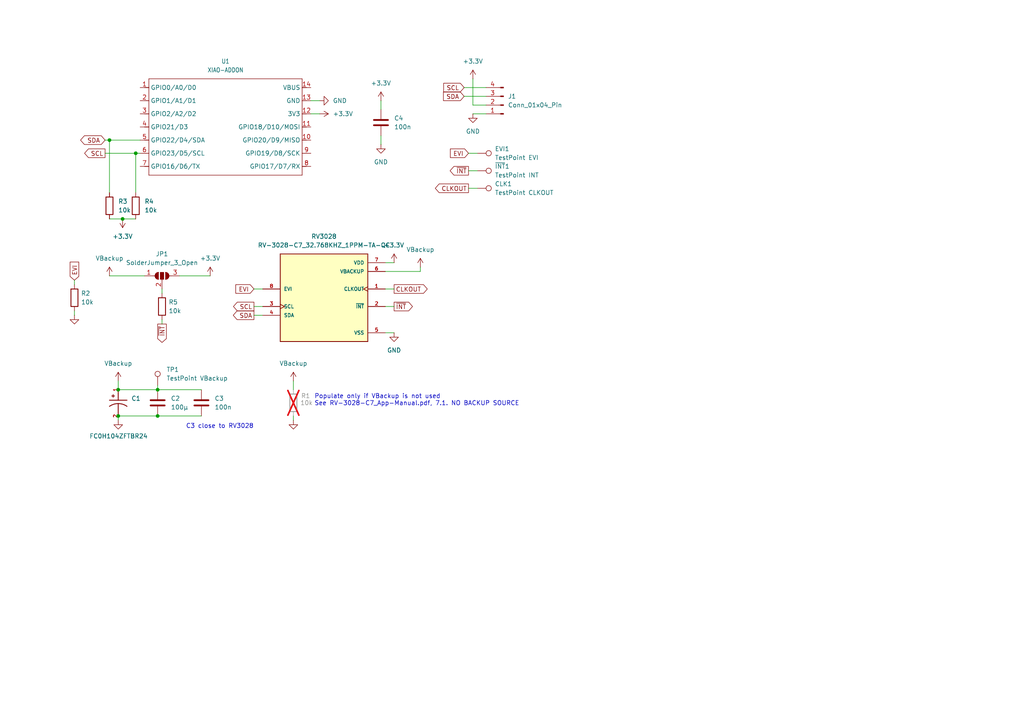
<source format=kicad_sch>
(kicad_sch (version 20250114) (generator "eeschema") (generator_version "9.0")
  (paper "A4")
  (lib_symbols
    (symbol "Connector:Conn_01x04_Pin" (pin_names (offset 1.016) (hide yes))
      (property "Reference" "J" (at 0 5.08 0))
      (property "Value" "Conn_01x04_Pin" (at 0 -7.62 0))
      (symbol "Conn_01x04_Pin_1_1"
        (rectangle (start 0.8636 2.667) (end 0 2.413) (stroke (width 0.1524)) (fill (type outline)))
        (rectangle (start 0.8636 0.127) (end 0 -0.127) (stroke (width 0.1524)) (fill (type outline)))
        (rectangle (start 0.8636 -2.413) (end 0 -2.667) (stroke (width 0.1524)) (fill (type outline)))
        (rectangle (start 0.8636 -4.953) (end 0 -5.207) (stroke (width 0.1524)) (fill (type outline)))
        (polyline (pts (xy 1.27 2.54) (xy 0.8636 2.54)) (stroke (width 0.1524)))
        (polyline (pts (xy 1.27 0) (xy 0.8636 0)) (stroke (width 0.1524)))
        (polyline (pts (xy 1.27 -2.54) (xy 0.8636 -2.54)) (stroke (width 0.1524)))
        (polyline (pts (xy 1.27 -5.08) (xy 0.8636 -5.08)) (stroke (width 0.1524)))
        (pin passive line (at 5.08 2.54 180) (length 3.81) (name "Pin_1") (number "1"))
        (pin passive line (at 5.08 0 180) (length 3.81) (name "Pin_2") (number "2"))
        (pin passive line (at 5.08 -2.54 180) (length 3.81) (name "Pin_3") (number "3"))
        (pin passive line (at 5.08 -5.08 180) (length 3.81) (name "Pin_4") (number "4"))
      )
    )
    (symbol "Connector:TestPoint" (pin_numbers (hide yes)) (pin_names (offset 0.762) (hide yes))
      (property "Reference" "TP" (at 0 6.858 0))
      (property "Value" "TestPoint" (at 0 5.08 0))
      (symbol "TestPoint_0_1"
        (circle (center 0 3.302) (radius 0.762))
      )
      (symbol "TestPoint_1_1"
        (pin passive line (at 0 0 90) (length 2.54) (name "1") (number "1"))
      )
    )
    (symbol "Device:C" (pin_numbers (hide yes)) (pin_names (offset 0.254))
      (property "Reference" "C" (at 0.635 2.54 0))
      (property "Value" "C" (at 0.635 -2.54 0))
      (symbol "C_0_1"
        (polyline (pts (xy -2.032 0.762) (xy 2.032 0.762)) (stroke (width 0.508)))
        (polyline (pts (xy -2.032 -0.762) (xy 2.032 -0.762)) (stroke (width 0.508)))
      )
      (symbol "C_1_1"
        (pin passive line (at 0 3.81 270) (length 2.794) (name "~") (number "1"))
        (pin passive line (at 0 -3.81 90) (length 2.794) (name "~") (number "2"))
      )
    )
    (symbol "Device:R" (pin_numbers (hide yes)) (pin_names (offset 0))
      (property "Reference" "R" (at 2.032 0 90))
      (property "Value" "R" (at 0 0 90))
      (symbol "R_0_1"
        (rectangle (start -1.016 -2.54) (end 1.016 2.54) (stroke (width 0.254)))
      )
      (symbol "R_1_1"
        (pin passive line (at 0 3.81 270) (length 1.27) (name "~") (number "1"))
        (pin passive line (at 0 -3.81 90) (length 1.27) (name "~") (number "2"))
      )
    )
    (symbol "FC0H104ZFTBR24:FC0H104ZFTBR24" (pin_names (offset 1.016))
      (property "Reference" "C" (at -5.08 3.81 0))
      (property "Value" "FC0H104ZFTBR24" (at -5.08 -5.08 0))
      (symbol "FC0H104ZFTBR24_0_0"
        (polyline (pts (xy -5.08 0) (xy -2.032 0)) (stroke (width 0.254)))
        (rectangle (start -3.713 -1.532) (end -2.824 -1.405) (stroke (width 0.1)) (fill (type outline)))
        (rectangle (start -3.332 -1.913) (end -3.205 -1.024) (stroke (width 0.1)) (fill (type outline)))
        (polyline (pts (xy -2.032 2.54) (xy -2.032 -2.54)) (stroke (width 0.254)))
        (polyline (pts (xy -1.016 0) (xy 2.54 0)) (stroke (width 0.254)))
        (arc (start -0.254 -2.54) (mid -1.0549 0) (end -0.254 2.54) (stroke (width 0.254)))
        (pin passive line (at -5.08 0 0) (length 0) (name "~") (number "1"))
        (pin passive line (at 2.54 0 180) (length 0) (name "~") (number "2"))
      )
    )
    (symbol "Jumper:SolderJumper_3_Open" (pin_names (offset 0) (hide yes)) (exclude_from_sim yes) (in_bom no)
      (property "Reference" "JP" (at -2.54 -2.54 0))
      (property "Value" "SolderJumper_3_Open" (at 0 2.794 0))
      (symbol "SolderJumper_3_Open_0_1"
        (polyline (pts (xy -2.54 0) (xy -2.032 0)))
        (polyline (pts (xy -1.016 1.016) (xy -1.016 -1.016)))
        (arc (start -1.016 -1.016) (mid -2.0276 0) (end -1.016 1.016))
        (arc (start -1.016 -1.016) (mid -2.0276 0) (end -1.016 1.016) (fill (type outline)))
        (rectangle (start -0.508 1.016) (end 0.508 -1.016) (fill (type outline)))
        (polyline (pts (xy 0 -1.27) (xy 0 -1.016)))
        (arc (start 1.016 1.016) (mid 2.0276 0) (end 1.016 -1.016))
        (arc (start 1.016 1.016) (mid 2.0276 0) (end 1.016 -1.016) (fill (type outline)))
        (polyline (pts (xy 1.016 1.016) (xy 1.016 -1.016)))
        (polyline (pts (xy 2.54 0) (xy 2.032 0)))
      )
      (symbol "SolderJumper_3_Open_1_1"
        (pin passive line (at -5.08 0 0) (length 2.54) (name "A") (number "1"))
        (pin passive line (at 0 -3.81 90) (length 2.54) (name "C") (number "2"))
        (pin passive line (at 5.08 0 180) (length 2.54) (name "B") (number "3"))
      )
    )
    (symbol "RV-3028-C7_32.768KHZ_1PPM-TA-QC:RV-3028-C7_32.768KHZ_1PPM-TA-QC" (pin_names (offset 1.016))
      (property "Reference" "U" (at -12.7 13.462 0))
      (property "Value" "RV-3028-C7_32.768KHZ_1PPM-TA-QC" (at -12.7 -13.462 0))
      (symbol "RV-3028-C7_32.768KHZ_1PPM-TA-QC_0_0"
        (rectangle (start -12.7 -12.7) (end 12.7 12.7) (stroke (width 0.254)) (fill (type background)))
        (pin input line (at -17.78 2.54 0) (length 5.08) (name "EVI") (number "8"))
        (pin input clock (at -17.78 -2.54 0) (length 5.08) (name "SCL") (number "3"))
        (pin input line (at -17.78 -5.08 0) (length 5.08) (name "SDA") (number "4"))
        (pin power_in line (at 17.78 10.16 180) (length 5.08) (name "VDD") (number "7"))
        (pin power_in line (at 17.78 7.62 180) (length 5.08) (name "VBACKUP") (number "6"))
        (pin output clock (at 17.78 2.54 180) (length 5.08) (name "CLKOUT") (number "1"))
        (pin output line (at 17.78 -2.54 180) (length 5.08) (name "~{INT}") (number "2"))
        (pin power_in line (at 17.78 -10.16 180) (length 5.08) (name "VSS") (number "5"))
      )
    )
    (symbol "Seeed_Studio_XIAO_Series:XIAO_ADDON"
      (property "Reference" "U" (at -20.574 17.018 0))
      (property "Value" "XIAO-ADDON" (at -15.748 14.986 0))
      (symbol "XIAO_ADDON_1_0"
        (polyline (pts (xy -21.59 13.97) (xy 22.86 13.97)) (stroke (width 0.1524)))
        (polyline (pts (xy -21.59 11.43) (xy -22.86 11.43)) (stroke (width 0.1524)))
        (polyline (pts (xy -21.59 11.43) (xy -21.59 13.97)) (stroke (width 0.1524)))
        (polyline (pts (xy -21.59 7.62) (xy -22.86 7.62)) (stroke (width 0.1524)))
        (polyline (pts (xy -21.59 7.62) (xy -21.59 11.43)) (stroke (width 0.1524)))
        (polyline (pts (xy -21.59 3.81) (xy -22.86 3.81)) (stroke (width 0.1524)))
        (polyline (pts (xy -21.59 3.81) (xy -21.59 7.62)) (stroke (width 0.1524)))
        (polyline (pts (xy -21.59 0) (xy -22.86 0)) (stroke (width 0.1524)))
        (polyline (pts (xy -21.59 0) (xy -21.59 3.81)) (stroke (width 0.1524)))
        (polyline (pts (xy -21.59 -3.81) (xy -22.86 -3.81)) (stroke (width 0.1524)))
        (polyline (pts (xy -21.59 -7.62) (xy -22.86 -7.62)) (stroke (width 0.1524)))
        (polyline (pts (xy -21.59 -11.43) (xy -22.86 -11.43)) (stroke (width 0.1524)))
        (polyline (pts (xy -21.59 -13.97) (xy -21.59 0)) (stroke (width 0.1524)))
        (polyline (pts (xy 22.86 13.97) (xy 22.86 11.43)) (stroke (width 0.1524)))
        (polyline (pts (xy 22.86 11.43) (xy 22.86 7.62)) (stroke (width 0.1524)))
        (polyline (pts (xy 22.86 7.62) (xy 22.86 3.81)) (stroke (width 0.1524)))
        (polyline (pts (xy 22.86 3.81) (xy 22.86 -13.97)) (stroke (width 0.1524)))
        (polyline (pts (xy 22.86 -13.97) (xy -21.59 -13.97)) (stroke (width 0.1524)))
        (polyline (pts (xy 24.13 11.43) (xy 22.86 11.43)) (stroke (width 0.1524)))
        (polyline (pts (xy 24.13 7.62) (xy 22.86 7.62)) (stroke (width 0.1524)))
        (polyline (pts (xy 24.13 3.81) (xy 22.86 3.81)) (stroke (width 0.1524)))
        (polyline (pts (xy 24.13 0) (xy 22.86 0)) (stroke (width 0.1524)))
        (polyline (pts (xy 24.13 -3.81) (xy 22.86 -3.81)) (stroke (width 0.1524)))
        (polyline (pts (xy 24.13 -7.62) (xy 22.86 -7.62)) (stroke (width 0.1524)))
        (polyline (pts (xy 24.13 -11.43) (xy 22.86 -11.43)) (stroke (width 0.1524)))
        (pin passive line (at -24.13 11.43 0) (length 2.54) (name "GPIO0/A0/D0") (number "1"))
        (pin passive line (at -24.13 7.62 0) (length 2.54) (name "GPIO1/A1/D1") (number "2"))
        (pin passive line (at -24.13 3.81 0) (length 2.54) (name "GPIO2/A2/D2") (number "3"))
        (pin passive line (at -24.13 0 0) (length 2.54) (name "GPIO21/D3") (number "4"))
        (pin passive line (at -24.13 -3.81 0) (length 2.54) (name "GPIO22/D4/SDA") (number "5"))
        (pin passive line (at -24.13 -7.62 0) (length 2.54) (name "GPIO23/D5/SCL") (number "6"))
        (pin passive line (at -24.13 -11.43 0) (length 2.54) (name "GPIO16/D6/TX") (number "7"))
        (pin passive line (at 25.4 11.43 180) (length 2.54) (name "VBUS") (number "14"))
        (pin passive line (at 25.4 7.62 180) (length 2.54) (name "GND") (number "13"))
        (pin passive line (at 25.4 3.81 180) (length 2.54) (name "3V3") (number "12"))
        (pin passive line (at 25.4 0 180) (length 2.54) (name "GPIO18/D10/MOSI") (number "11"))
        (pin passive line (at 25.4 -3.81 180) (length 2.54) (name "GPIO20/D9/MISO") (number "10"))
        (pin passive line (at 25.4 -7.62 180) (length 2.54) (name "GPIO19/D8/SCK") (number "9"))
        (pin passive line (at 25.4 -11.43 180) (length 2.54) (name "GPIO17/D7/RX") (number "8"))
      )
    )
    (symbol "power:+3.3V" (power) (pin_numbers (hide yes)) (pin_names (offset 0) (hide yes))
      (property "Value" "+3.3V" (at 0 3.556 0))
      (symbol "+3.3V_0_1"
        (polyline (pts (xy -0.762 1.27) (xy 0 2.54)))
        (polyline (pts (xy 0 2.54) (xy 0.762 1.27)))
        (polyline (pts (xy 0 0) (xy 0 2.54)))
      )
      (symbol "+3.3V_1_1"
        (pin power_in line (at 0 0 90) (length 0) (name "~") (number "1"))
      )
    )
    (symbol "power:GND" (power) (pin_numbers (hide yes)) (pin_names (offset 0) (hide yes))
      (property "Value" "GND" (at 0 -3.81 0))
      (symbol "GND_0_1"
        (polyline (pts (xy 0 0) (xy 0 -1.27) (xy 1.27 -1.27) (xy 0 -2.54) (xy -1.27 -1.27) (xy 0 -1.27)))
      )
      (symbol "GND_1_1"
        (pin power_in line (at 0 0 270) (length 0) (name "~") (number "1"))
      )
    )
    (symbol "power:VD" (power) (pin_numbers (hide yes)) (pin_names (offset 0) (hide yes))
      (property "Value" "VD" (at 0 3.556 0))
      (symbol "VD_0_1"
        (polyline (pts (xy -0.762 1.27) (xy 0 2.54)))
        (polyline (pts (xy 0 2.54) (xy 0.762 1.27)))
        (polyline (pts (xy 0 0) (xy 0 2.54)))
      )
      (symbol "VD_1_1"
        (pin power_in line (at 0 0 90) (length 0) (name "~") (number "1"))
      )
    )
  )
  (text "Populate only if VBackup is not used\nSee RV-3028-C7_App-Manual.pdf, 7.1. NO BACKUP SOURCE" (at 91.186 116.078 0) (effects (font (size 1.27 1.27)) (justify left)))
  (text "C3 close to RV3028" (at 63.754 123.698 0) (effects (font (size 1.27 1.27))))
  (junction (at 31.75 40.64))
  (junction (at 39.37 44.45))
  (junction (at 45.72 120.65))
  (junction (at 34.29 113.03))
  (junction (at 45.72 113.03))
  (junction (at 35.56 63.5))
  (junction (at 34.29 120.65))
  (wire (pts (xy 34.29 120.65) (xy 34.29 121.92)))
  (wire (pts (xy 134.62 25.4) (xy 140.97 25.4)))
  (wire (pts (xy 135.89 49.53) (xy 138.43 49.53)))
  (wire (pts (xy 111.76 83.82) (xy 114.3 83.82)))
  (wire (pts (xy 34.29 113.03) (xy 45.72 113.03)))
  (wire (pts (xy 85.09 120.65) (xy 85.09 121.92)))
  (wire (pts (xy 45.72 120.65) (xy 58.42 120.65)))
  (wire (pts (xy 30.48 40.64) (xy 31.75 40.64)))
  (wire (pts (xy 137.16 22.86) (xy 137.16 30.48)))
  (wire (pts (xy 135.89 54.61) (xy 138.43 54.61)))
  (wire (pts (xy 45.72 113.03) (xy 58.42 113.03)))
  (wire (pts (xy 46.99 92.71) (xy 46.99 93.98)))
  (wire (pts (xy 21.59 91.44) (xy 21.59 90.17)))
  (wire (pts (xy 31.75 40.64) (xy 31.75 55.88)))
  (wire (pts (xy 21.59 81.28) (xy 21.59 82.55)))
  (wire (pts (xy 110.49 39.37) (xy 110.49 41.91)))
  (wire (pts (xy 90.17 29.21) (xy 92.71 29.21)))
  (wire (pts (xy 90.17 33.02) (xy 92.71 33.02)))
  (wire (pts (xy 111.76 88.9) (xy 114.3 88.9)))
  (wire (pts (xy 110.49 29.21) (xy 110.49 31.75)))
  (wire (pts (xy 30.48 44.45) (xy 39.37 44.45)))
  (wire (pts (xy 121.92 77.47) (xy 121.92 78.74)))
  (wire (pts (xy 31.75 40.64) (xy 40.64 40.64)))
  (wire (pts (xy 39.37 44.45) (xy 40.64 44.45)))
  (wire (pts (xy 85.09 110.49) (xy 85.09 113.03)))
  (wire (pts (xy 111.76 96.52) (xy 114.3 96.52)))
  (wire (pts (xy 111.76 76.2) (xy 114.3 76.2)))
  (wire (pts (xy 31.75 80.01) (xy 41.91 80.01)))
  (wire (pts (xy 111.76 78.74) (xy 121.92 78.74)))
  (wire (pts (xy 52.07 80.01) (xy 60.96 80.01)))
  (wire (pts (xy 73.66 83.82) (xy 76.2 83.82)))
  (wire (pts (xy 34.29 120.65) (xy 45.72 120.65)))
  (wire (pts (xy 134.62 27.94) (xy 140.97 27.94)))
  (wire (pts (xy 137.16 30.48) (xy 140.97 30.48)))
  (wire (pts (xy 39.37 44.45) (xy 39.37 55.88)))
  (wire (pts (xy 73.66 88.9) (xy 76.2 88.9)))
  (wire (pts (xy 34.29 110.49) (xy 34.29 113.03)))
  (wire (pts (xy 73.66 91.44) (xy 76.2 91.44)))
  (wire (pts (xy 31.75 63.5) (xy 35.56 63.5)))
  (wire (pts (xy 35.56 63.5) (xy 39.37 63.5)))
  (wire (pts (xy 137.16 33.02) (xy 140.97 33.02)))
  (wire (pts (xy 135.89 44.45) (xy 138.43 44.45)))
  (wire (pts (xy 45.72 111.76) (xy 45.72 113.03)))
  (wire (pts (xy 46.99 83.82) (xy 46.99 85.09)))
  (global_label "EVI" (shape input) (at 73.66 83.82 180) (property "Intersheetrefs" "${INTERSHEET_REFS}" (effects (hide yes))))
  (global_label "SDA" (shape bidirectional) (at 30.48 40.64 180) (property "Intersheetrefs" "${INTERSHEET_REFS}" (effects (hide yes))))
  (global_label "SCL" (shape output) (at 73.66 88.9 180) (property "Intersheetrefs" "${INTERSHEET_REFS}" (effects (hide yes))))
  (global_label "EVI" (shape input) (at 21.59 81.28 90) (property "Intersheetrefs" "${INTERSHEET_REFS}" (effects (hide yes))))
  (global_label "SDA" (shape output) (at 73.66 91.44 180) (property "Intersheetrefs" "${INTERSHEET_REFS}" (effects (hide yes))))
  (global_label "~{INT}" (shape output) (at 114.3 88.9 0) (property "Intersheetrefs" "${INTERSHEET_REFS}" (effects (hide yes))))
  (global_label "~{INT}" (shape output) (at 135.89 49.53 180) (property "Intersheetrefs" "${INTERSHEET_REFS}" (effects (hide yes))))
  (global_label "EVI" (shape input) (at 135.89 44.45 180) (property "Intersheetrefs" "${INTERSHEET_REFS}" (effects (hide yes))))
  (global_label "~{INT}" (shape output) (at 46.99 93.98 270) (property "Intersheetrefs" "${INTERSHEET_REFS}" (effects (hide yes))))
  (global_label "CLKOUT" (shape output) (at 135.89 54.61 180) (property "Intersheetrefs" "${INTERSHEET_REFS}" (effects (hide yes))))
  (global_label "SCL" (shape input) (at 134.62 25.4 180) (property "Intersheetrefs" "${INTERSHEET_REFS}" (effects (hide yes))))
  (global_label "SDA" (shape input) (at 134.62 27.94 180) (property "Intersheetrefs" "${INTERSHEET_REFS}" (effects (hide yes))))
  (global_label "CLKOUT" (shape output) (at 114.3 83.82 0) (property "Intersheetrefs" "${INTERSHEET_REFS}" (effects (hide yes))))
  (global_label "SCL" (shape output) (at 30.48 44.45 180) (property "Intersheetrefs" "${INTERSHEET_REFS}" (effects (hide yes))))
  (symbol (lib_id "power:GND") (at 21.59 91.44 0) (unit 1)
    (property "Reference" "#PWR05" (effects (hide yes)))
    (property "Value" "GND" (effects (hide yes)))
    (property "Description" "Power symbol creates a global label with name \"GND\" , ground" (effects (hide yes)))
  )
  (symbol (lib_id "power:+3.3V") (at 110.49 29.21 0) (unit 1)
    (property "Reference" "#PWR015" (effects (hide yes)))
    (property "Value" "+3.3V" (at 110.49 24.13 0))
    (property "Description" "Power symbol creates a global label with name \"+3.3V\"" (effects (hide yes)))
  )
  (symbol (lib_id "Connector:TestPoint") (at 138.43 54.61 270) (unit 1)
    (property "Reference" "CLK1" (at 143.51 53.3399 90) (effects (justify left)))
    (property "Value" "TestPoint CLKOUT" (at 143.51 55.8799 90) (effects (justify left)))
    (property "Footprint" "TestPoint:TestPoint_THTPad_D1.5mm_Drill0.7mm" (effects (hide yes)))
    (property "Description" "test point" (effects (hide yes)))
  )
  (symbol (lib_id "Device:R") (at 85.09 116.84 0) (unit 1) (dnp yes)
    (property "Reference" "R1" (at 88.646 114.808 0))
    (property "Value" "10k" (at 88.9 116.84 0))
    (property "Footprint" "Resistor_SMD:R_0603_1608Metric_Pad0.98x0.95mm_HandSolder" (effects (hide yes)))
    (property "Description" "Resistor" (effects (hide yes)))
  )
  (symbol (lib_id "power:VD") (at 34.29 110.49 0) (unit 1)
    (property "Reference" "#PWR03" (effects (hide yes)))
    (property "Value" "VBackup" (at 34.29 105.41 0))
    (property "Description" "Power symbol creates a global label with name \"VD\"" (effects (hide yes)))
  )
  (symbol (lib_id "power:+3.3V") (at 137.16 22.86 0) (unit 1)
    (property "Reference" "#PWR010" (effects (hide yes)))
    (property "Value" "+3.3V" (at 137.16 17.78 0))
    (property "Description" "Power symbol creates a global label with name \"+3.3V\"" (effects (hide yes)))
  )
  (symbol (lib_id "power:GND") (at 92.71 29.21 90) (unit 1)
    (property "Reference" "#PWR011" (effects (hide yes)))
    (property "Value" "GND" (at 96.52 29.2099 90) (effects (justify right)))
    (property "Description" "Power symbol creates a global label with name \"GND\" , ground" (effects (hide yes)))
  )
  (symbol (lib_id "power:GND") (at 137.16 33.02 0) (unit 1)
    (property "Reference" "#PWR09" (effects (hide yes)))
    (property "Value" "GND" (at 137.16 38.1 0))
    (property "Description" "Power symbol creates a global label with name \"GND\" , ground" (effects (hide yes)))
  )
  (symbol (lib_id "power:GND") (at 114.3 96.52 0) (unit 1)
    (property "Reference" "#PWR08" (effects (hide yes)))
    (property "Value" "GND" (at 114.3 101.6 0))
    (property "Description" "Power symbol creates a global label with name \"GND\" , ground" (effects (hide yes)))
  )
  (symbol (lib_id "Device:R") (at 46.99 88.9 180) (unit 1)
    (property "Reference" "R5" (at 48.895 87.6299 0) (effects (justify right)))
    (property "Value" "10k" (at 48.895 90.1699 0) (effects (justify right)))
    (property "Footprint" "Resistor_SMD:R_0603_1608Metric_Pad0.98x0.95mm_HandSolder" (effects (hide yes)))
    (property "Description" "Resistor" (effects (hide yes)))
  )
  (symbol (lib_id "Connector:TestPoint") (at 138.43 44.45 270) (unit 1)
    (property "Reference" "EVI1" (at 143.51 43.1799 90) (effects (justify left)))
    (property "Value" "TestPoint EVI" (at 143.51 45.7199 90) (effects (justify left)))
    (property "Footprint" "TestPoint:TestPoint_THTPad_D1.5mm_Drill0.7mm" (effects (hide yes)))
    (property "Description" "test point" (effects (hide yes)))
  )
  (symbol (lib_id "power:GND") (at 110.49 41.91 0) (unit 1)
    (property "Reference" "#PWR016" (effects (hide yes)))
    (property "Value" "GND" (at 110.49 46.99 0))
    (property "Description" "Power symbol creates a global label with name \"GND\" , ground" (effects (hide yes)))
  )
  (symbol (lib_id "power:+3.3V") (at 35.56 63.5 180) (unit 1)
    (property "Reference" "#PWR06" (effects (hide yes)))
    (property "Value" "+3.3V" (at 35.56 68.58 0))
    (property "Description" "Power symbol creates a global label with name \"+3.3V\"" (effects (hide yes)))
  )
  (symbol (lib_id "power:VD") (at 121.92 77.47 0) (unit 1)
    (property "Reference" "#PWR013" (effects (hide yes)))
    (property "Value" "VBackup" (at 121.92 72.39 0))
    (property "Description" "Power symbol creates a global label with name \"VD\"" (effects (hide yes)))
  )
  (symbol (lib_id "power:VD") (at 85.09 110.49 0) (unit 1)
    (property "Reference" "#PWR01" (effects (hide yes)))
    (property "Value" "VBackup" (at 85.09 105.41 0))
    (property "Description" "Power symbol creates a global label with name \"VD\"" (effects (hide yes)))
  )
  (symbol (lib_id "Device:R") (at 39.37 59.69 0) (unit 1)
    (property "Reference" "R4" (at 41.91 58.4199 0) (effects (justify left)))
    (property "Value" "10k" (at 41.91 60.9599 0) (effects (justify left)))
    (property "Footprint" "Resistor_SMD:R_0603_1608Metric_Pad0.98x0.95mm_HandSolder" (effects (hide yes)))
    (property "Description" "Resistor" (effects (hide yes)))
  )
  (symbol (lib_id "Device:R") (at 31.75 59.69 0) (unit 1)
    (property "Reference" "R3" (at 34.29 58.4199 0) (effects (justify left)))
    (property "Value" "10k" (at 34.29 60.9599 0) (effects (justify left)))
    (property "Footprint" "Resistor_SMD:R_0603_1608Metric_Pad0.98x0.95mm_HandSolder" (effects (hide yes)))
    (property "Description" "Resistor" (effects (hide yes)))
  )
  (symbol (lib_id "Connector:Conn_01x04_Pin") (at 146.05 30.48 180) (unit 1)
    (property "Reference" "J1" (at 147.32 27.9399 0) (effects (justify right)))
    (property "Value" "Conn_01x04_Pin" (at 147.32 30.4799 0) (effects (justify right)))
    (property "Footprint" "Connector_JST:JST_SH_SM04B-SRSS-TB_1x04-1MP_P1.00mm_Horizontal" (effects (hide yes)))
    (property "Description" "Generic connector, single row, 01x04, script generated" (effects (hide yes)))
  )
  (symbol (lib_id "Connector:TestPoint") (at 45.72 111.76 0) (unit 1)
    (property "Reference" "TP1" (at 48.26 107.1879 0) (effects (justify left)))
    (property "Value" "TestPoint VBackup" (at 48.26 109.7279 0) (effects (justify left)))
    (property "Footprint" "TestPoint:TestPoint_Pad_D1.0mm" (effects (hide yes)))
    (property "Description" "test point" (effects (hide yes)))
  )
  (symbol (lib_id "power:+3.3V") (at 92.71 33.02 270) (unit 1)
    (property "Reference" "#PWR012" (effects (hide yes)))
    (property "Value" "+3.3V" (at 96.52 33.0199 90) (effects (justify left)))
    (property "Description" "Power symbol creates a global label with name \"+3.3V\"" (effects (hide yes)))
  )
  (symbol (lib_id "power:+3.3V") (at 60.96 80.01 0) (unit 1)
    (property "Reference" "#PWR018" (effects (hide yes)))
    (property "Value" "+3.3V" (at 60.96 74.93 0))
    (property "Description" "Power symbol creates a global label with name \"+3.3V\"" (effects (hide yes)))
  )
  (symbol (lib_id "power:GND") (at 85.09 121.92 0) (unit 1)
    (property "Reference" "#PWR02" (effects (hide yes)))
    (property "Value" "GND" (effects (hide yes)))
    (property "Description" "Power symbol creates a global label with name \"GND\" , ground" (effects (hide yes)))
  )
  (symbol (lib_id "Device:C") (at 58.42 116.84 0) (unit 1)
    (property "Reference" "C3" (at 62.23 115.5699 0) (effects (justify left)))
    (property "Value" "100n" (at 62.23 118.1099 0) (effects (justify left)))
    (property "Footprint" "Capacitor_SMD:C_0603_1608Metric_Pad1.08x0.95mm_HandSolder" (effects (hide yes)))
    (property "Description" "Unpolarized capacitor" (effects (hide yes)))
  )
  (symbol (lib_id "power:GND") (at 34.29 121.92 0) (unit 1)
    (property "Reference" "#PWR04" (effects (hide yes)))
    (property "Value" "GND" (effects (hide yes)))
    (property "Description" "Power symbol creates a global label with name \"GND\" , ground" (effects (hide yes)))
  )
  (symbol (lib_id "Seeed_Studio_XIAO_Series:XIAO_ADDON") (at 64.77 36.83 0) (unit 1)
    (property "Reference" "U1" (at 65.405 17.78 0) (effects (font (size 1.27 1.0795))))
    (property "Value" "XIAO-ADDON" (at 65.405 20.32 0) (effects (font (size 1.27 1.0795))))
    (property "Footprint" "Seeed Studio XIAO Series Library:XIAO-Add-On" (effects (hide yes)))
    (property "SKU" "XIAO-DIP" (effects (hide yes)))
  )
  (symbol (lib_id "power:VD") (at 31.75 80.01 0) (unit 1)
    (property "Reference" "#PWR017" (effects (hide yes)))
    (property "Value" "VBackup" (at 31.75 74.93 0))
    (property "Description" "Power symbol creates a global label with name \"VD\"" (effects (hide yes)))
  )
  (symbol (lib_id "RV-3028-C7_32.768KHZ_1PPM-TA-QC:RV-3028-C7_32.768KHZ_1PPM-TA-QC") (at 93.98 86.36 0) (unit 1)
    (property "Reference" "RV3028" (at 93.98 68.58 0))
    (property "Value" "RV-3028-C7_32.768KHZ_1PPM-TA-QC" (at 93.98 71.12 0))
    (property "Footprint" "RV_3028_C7_32_768KHZ_1PPM_TA_QC:IC_RV-3028-C7_32.768KHZ_1PPM-TA-QC" (effects (hide yes)))
    (property "PARTREV" "1.3" (effects (hide yes)))
    (property "STANDARD" "Manufacturer Recommendations" (effects (hide yes)))
    (property "MAXIMUM_PACKAGE_HEIGHT" "0.8mm" (effects (hide yes)))
    (property "MANUFACTURER" "Micro Crystal" (effects (hide yes)))
  )
  (symbol (lib_id "power:+3.3V") (at 114.3 76.2 0) (unit 1)
    (property "Reference" "#PWR07" (effects (hide yes)))
    (property "Value" "+3.3V" (at 114.3 71.12 0))
    (property "Description" "Power symbol creates a global label with name \"+3.3V\"" (effects (hide yes)))
  )
  (symbol (lib_id "Connector:TestPoint") (at 138.43 49.53 270) (unit 1)
    (property "Reference" "~{INT}1" (at 143.51 48.2599 90) (effects (justify left)))
    (property "Value" "TestPoint INT" (at 143.51 50.7999 90) (effects (justify left)))
    (property "Footprint" "TestPoint:TestPoint_THTPad_D1.5mm_Drill0.7mm" (effects (hide yes)))
    (property "Description" "test point" (effects (hide yes)))
  )
  (symbol (lib_id "Jumper:SolderJumper_3_Open") (at 46.99 80.01 0) (unit 1) (exclude_from_sim yes) (in_bom no)
    (property "Reference" "JP1" (at 46.99 73.66 0))
    (property "Value" "SolderJumper_3_Open" (at 46.99 76.2 0))
    (property "Footprint" "Jumper:SolderJumper-3_P2.0mm_Open_TrianglePad1.0x1.5mm_NumberLabels" (effects (hide yes)))
    (property "Description" "Solder Jumper, 3-pole, open" (effects (hide yes)))
  )
  (symbol (lib_id "FC0H104ZFTBR24:FC0H104ZFTBR24") (at 34.29 118.11 270) (unit 1)
    (property "Reference" "C1" (at 38.1 115.5699 90) (effects (justify left)))
    (property "Value" "FC0H104ZFTBR24" (at 25.908 126.492 90) (effects (justify left)))
    (property "Footprint" "FC0H104ZFTBR24:CAPAE1080X580N" (effects (hide yes)))
    (property "PARTREV" "3/29/2017" (effects (hide yes)))
    (property "STANDARD" "IPC 7351B" (effects (hide yes)))
    (property "MAXIMUM_PACKAGE_HEIGHT" "5.8 mm" (effects (hide yes)))
    (property "MANUFACTURER" "Kemet" (effects (hide yes)))
  )
  (symbol (lib_id "Device:C") (at 110.49 35.56 0) (unit 1)
    (property "Reference" "C4" (at 114.3 34.2899 0) (effects (justify left)))
    (property "Value" "100n" (at 114.3 36.8299 0) (effects (justify left)))
    (property "Footprint" "Capacitor_SMD:C_0603_1608Metric_Pad1.08x0.95mm_HandSolder" (effects (hide yes)))
    (property "Description" "Unpolarized capacitor" (effects (hide yes)))
  )
  (symbol (lib_id "Device:R") (at 21.59 86.36 180) (unit 1)
    (property "Reference" "R2" (at 23.495 85.0899 0) (effects (justify right)))
    (property "Value" "10k" (at 23.495 87.6299 0) (effects (justify right)))
    (property "Footprint" "Resistor_SMD:R_0603_1608Metric_Pad0.98x0.95mm_HandSolder" (effects (hide yes)))
    (property "Description" "Resistor" (effects (hide yes)))
  )
  (symbol (lib_id "Device:C") (at 45.72 116.84 0) (unit 1)
    (property "Reference" "C2" (at 49.53 115.5699 0) (effects (justify left)))
    (property "Value" "100µ" (at 49.53 118.1099 0) (effects (justify left)))
    (property "Footprint" "Capacitor_SMD:C_1206_3216Metric_Pad1.33x1.80mm_HandSolder" (effects (hide yes)))
    (property "Description" "Unpolarized capacitor" (effects (hide yes)))
  )
)
</source>
